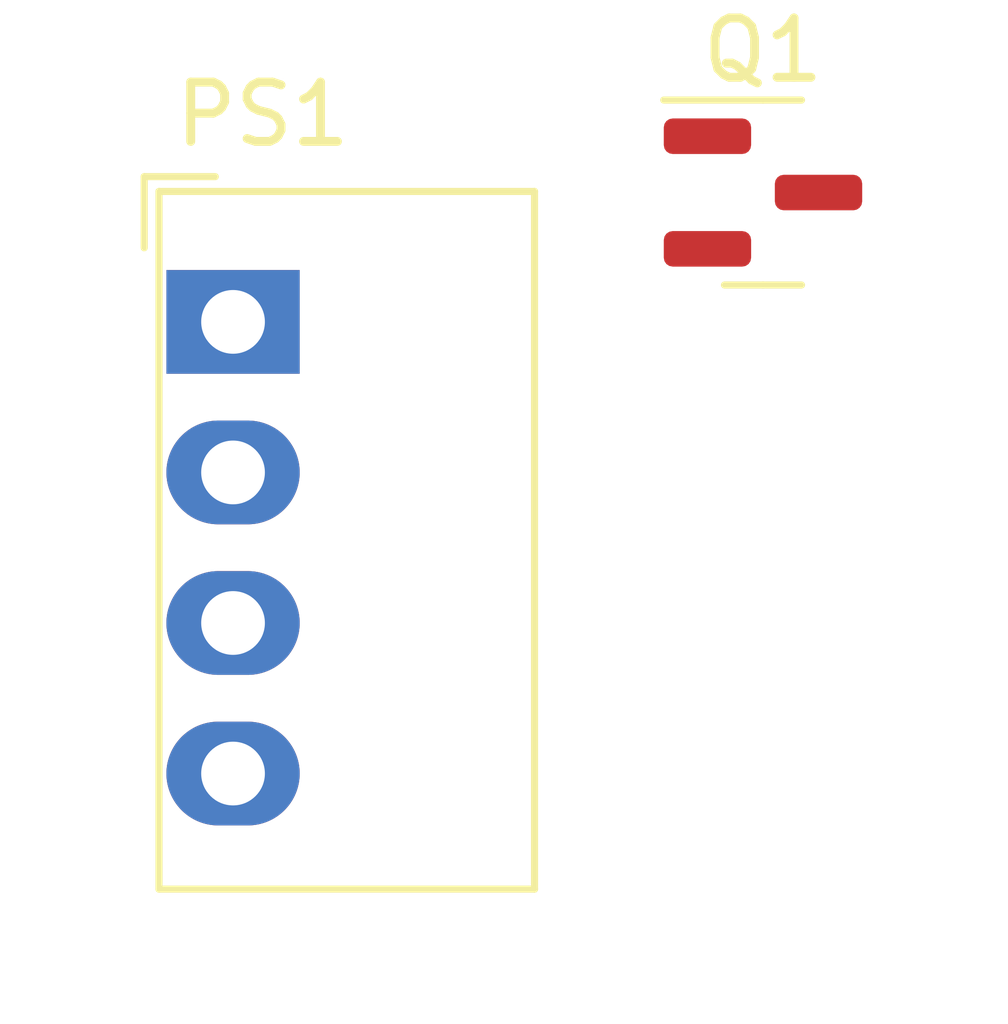
<source format=kicad_pcb>
(kicad_pcb (version 20211014) (generator pcbnew)
  (layers (0 "F.Cu" signal) (31 "B.Cu" signal) (34 "B.Paste" user) (35 "F.Paste" user) (36 "B.SilkS" user "B.Silkscreen") (37 "F.SilkS" user "F.Silkscreen") (38 "B.Mask" user) (39 "F.Mask" user) (44 "Edge.Cuts" user))
  (net 0 "")
  (net 1 "GND")
  (net 2 "+3.3V")
  (net 3 "Net-(PS1-Pad4)")
  (net 4 "Net-(Q1-Pad1)")
  (net 5 "Net-(Q1-Pad3)")
  (footprint "Converter_DCDC:Converter_DCDC_Murata_MEE1SxxxxSC_THT" (layer "F.Cu") (at 108.401 80.16)
    (fp_text reference "PS1" (at 0.5 -3.5 180) (layer "F.SilkS"))
    (fp_text value "MEE1S0305SC")
    (fp_line (start -1.5 -2.45) (end -1.5 -1.25) (layer "F.SilkS") (width 0.12))
    (fp_line (start 5.09 9.57) (end -1.25 9.57) (layer "F.SilkS") (width 0.12))
    (fp_line (start -0.3 -2.45) (end -1.5 -2.45) (layer "F.SilkS") (width 0.12))
    (fp_line (start -1.25 -2.2) (end -1.25 9.57) (layer "F.SilkS") (width 0.12))
    (fp_line (start 5.09 -2.2) (end -1.25 -2.2) (layer "F.SilkS") (width 0.12))
    (fp_line (start 5.09 -2.2) (end 5.09 9.57) (layer "F.SilkS") (width 0.12))
    (pad "1" thru_hole rect (at 0 0 270) (size 1.75 2.25) (drill 1.075) (layers *.Cu *.Mask) (net 1 "GND"))
    (pad "2" thru_hole oval (at 0 2.54 270) (size 1.75 2.25) (drill 1.075) (layers *.Cu *.Mask) (net 2 "+3.3V"))
    (pad "3" thru_hole oval (at 0 5.08 270) (size 1.75 2.25) (drill 1.075) (layers *.Cu *.Mask) (net 1 "GND"))
    (pad "4" thru_hole oval (at 0 7.62 270) (size 1.75 2.25) (drill 1.075) (layers *.Cu *.Mask) (net 3 "Net-(PS1-Pad4)"))
  )
  (footprint "Package_TO_SOT_SMD:SOT-23" (layer "F.Cu") (at 117.348 77.978)
    (fp_text reference "Q1" (at 0 -2.4) (layer "F.SilkS"))
    (fp_text value "DMN2058U")
    (fp_line (start 0 -1.56) (end 0.65 -1.56) (layer "F.SilkS") (width 0.12))
    (fp_line (start 0 1.56) (end -0.65 1.56) (layer "F.SilkS") (width 0.12))
    (fp_line (start 0 -1.56) (end -1.675 -1.56) (layer "F.SilkS") (width 0.12))
    (fp_line (start 0 1.56) (end 0.65 1.56) (layer "F.SilkS") (width 0.12))
    (pad "1" smd roundrect (at -0.9375 -0.95) (size 1.475 0.6) (layers "F.Cu" "F.Paste" "F.Mask") (net 4 "Net-(Q1-Pad1)"))
    (pad "2" smd roundrect (at -0.9375 0.95) (size 1.475 0.6) (layers "F.Cu" "F.Paste" "F.Mask") (net 1 "GND"))
    (pad "3" smd roundrect (at 0.9375 0) (size 1.475 0.6) (layers "F.Cu" "F.Paste" "F.Mask") (net 5 "Net-(Q1-Pad3)"))
  )
)
</source>
